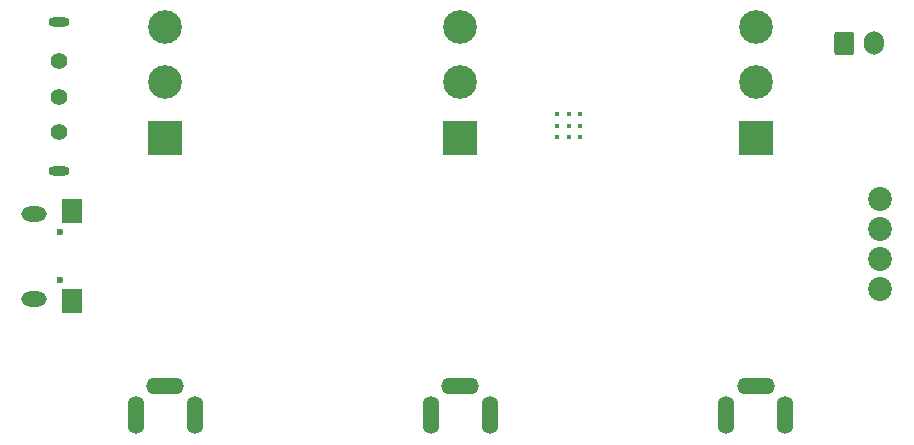
<source format=gbr>
%TF.GenerationSoftware,KiCad,Pcbnew,(5.1.9-0-10_14)*%
%TF.CreationDate,2021-02-18T22:12:25+01:00*%
%TF.ProjectId,ledTruck,6c656454-7275-4636-9b2e-6b696361645f,rev?*%
%TF.SameCoordinates,Original*%
%TF.FileFunction,Soldermask,Bot*%
%TF.FilePolarity,Negative*%
%FSLAX46Y46*%
G04 Gerber Fmt 4.6, Leading zero omitted, Abs format (unit mm)*
G04 Created by KiCad (PCBNEW (5.1.9-0-10_14)) date 2021-02-18 22:12:25*
%MOMM*%
%LPD*%
G01*
G04 APERTURE LIST*
%ADD10C,0.600000*%
%ADD11O,2.150000X1.300000*%
%ADD12R,1.800000X2.000000*%
%ADD13C,2.850000*%
%ADD14R,2.850000X2.850000*%
%ADD15C,2.020000*%
%ADD16O,1.700000X2.000000*%
%ADD17O,3.200000X1.400000*%
%ADD18O,1.400000X3.200000*%
%ADD19C,0.400000*%
%ADD20C,1.400000*%
%ADD21O,1.800000X0.800000*%
G04 APERTURE END LIST*
D10*
%TO.C,J2*%
X111116000Y-98012000D03*
X111116000Y-94012000D03*
D11*
X108966000Y-99612000D03*
D12*
X112126000Y-99812000D03*
D11*
X108966000Y-92412000D03*
D12*
X112126000Y-92212000D03*
%TD*%
D13*
%TO.C,SW3*%
X170034000Y-76612000D03*
X170034000Y-81312000D03*
D14*
X170034000Y-86012000D03*
%TD*%
D13*
%TO.C,SW2*%
X145034000Y-76612000D03*
X145034000Y-81312000D03*
D14*
X145034000Y-86012000D03*
%TD*%
D13*
%TO.C,SW1*%
X120034000Y-76612000D03*
X120034000Y-81312000D03*
D14*
X120034000Y-86012000D03*
%TD*%
D15*
%TO.C,J3*%
X180594000Y-91186000D03*
X180594000Y-93726000D03*
X180594000Y-96266000D03*
X180594000Y-98806000D03*
%TD*%
D16*
%TO.C,J1*%
X180034000Y-78012000D03*
G36*
G01*
X176684000Y-78762000D02*
X176684000Y-77262000D01*
G75*
G02*
X176934000Y-77012000I250000J0D01*
G01*
X178134000Y-77012000D01*
G75*
G02*
X178384000Y-77262000I0J-250000D01*
G01*
X178384000Y-78762000D01*
G75*
G02*
X178134000Y-79012000I-250000J0D01*
G01*
X176934000Y-79012000D01*
G75*
G02*
X176684000Y-78762000I0J250000D01*
G01*
G37*
%TD*%
D17*
%TO.C,CON1*%
X120034000Y-107012000D03*
D18*
X117534000Y-109512000D03*
X122534000Y-109512000D03*
%TD*%
D17*
%TO.C,CON2*%
X145034000Y-107012000D03*
D18*
X142534000Y-109512000D03*
X147534000Y-109512000D03*
%TD*%
%TO.C,CON3*%
X172534000Y-109512000D03*
X167534000Y-109512000D03*
D17*
X170034000Y-107012000D03*
%TD*%
D19*
%TO.C,U1*%
X153190000Y-85962000D03*
X153190000Y-84962000D03*
X153190000Y-83962000D03*
X154190000Y-85962000D03*
X154190000Y-84962000D03*
X154190000Y-83962000D03*
X155190000Y-85962000D03*
X155190000Y-84962000D03*
X155190000Y-83962000D03*
%TD*%
D20*
%TO.C,S1*%
X111034000Y-79512000D03*
X111034000Y-82512000D03*
X111034000Y-85512000D03*
D21*
X111034000Y-76212000D03*
X111034000Y-88812000D03*
%TD*%
M02*

</source>
